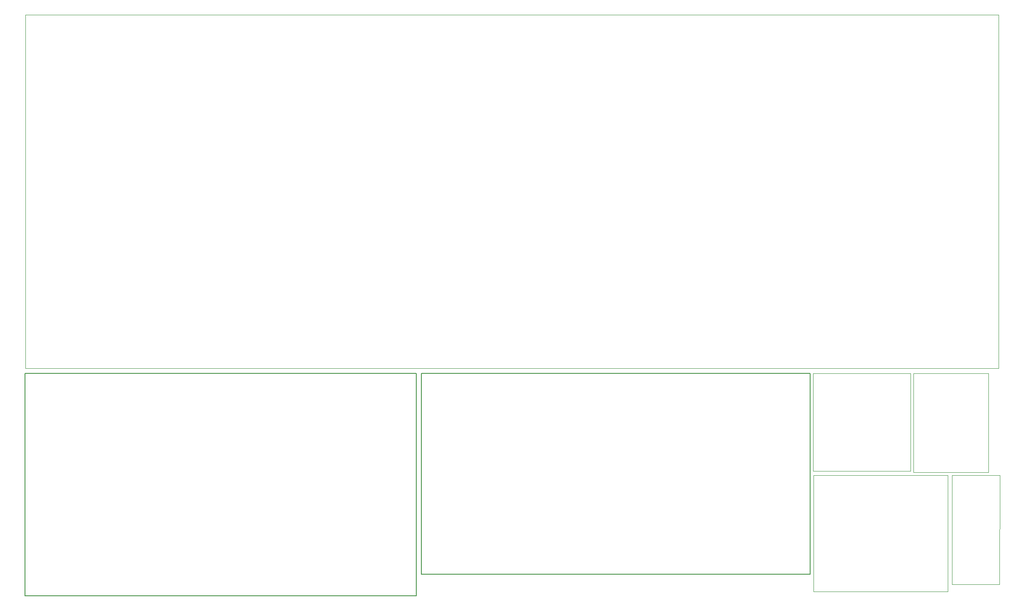
<source format=gbr>
%FSLAX34Y34*%
%MOMM*%
%LNOUTLINE*%
G71*
G01*
%ADD10C, 0.10*%
%ADD11C, 0.14*%
%ADD12C, 0.20*%
%LPD*%
G54D10*
X-47500Y815000D02*
X1897500Y815000D01*
X1897500Y107500D01*
X-47500Y107500D01*
X-47500Y815000D01*
G54D11*
X743500Y-305000D02*
X743500Y97500D01*
X1521000Y97500D01*
X1521000Y-305000D01*
X743500Y-305000D01*
G54D10*
X1804597Y-106881D02*
X1899897Y-106881D01*
X1899697Y-325181D01*
X1804597Y-325181D01*
X1804597Y-106881D01*
G54D12*
X733700Y97198D02*
X-48900Y97198D01*
X-48900Y-348502D01*
X733700Y-348502D01*
X733700Y97198D01*
G54D10*
X1796147Y-339631D02*
X1527647Y-339631D01*
X1527647Y-107131D01*
X1796147Y-107131D01*
X1796147Y-339631D01*
G54D10*
X1526778Y97234D02*
X1721644Y97234D01*
X1721644Y-98425D01*
X1526778Y-98425D01*
X1526778Y97234D01*
G54D10*
X1727200Y97234D02*
X1877219Y97234D01*
X1877219Y-101203D01*
X1727200Y-101203D01*
X1727200Y97234D01*
M02*

</source>
